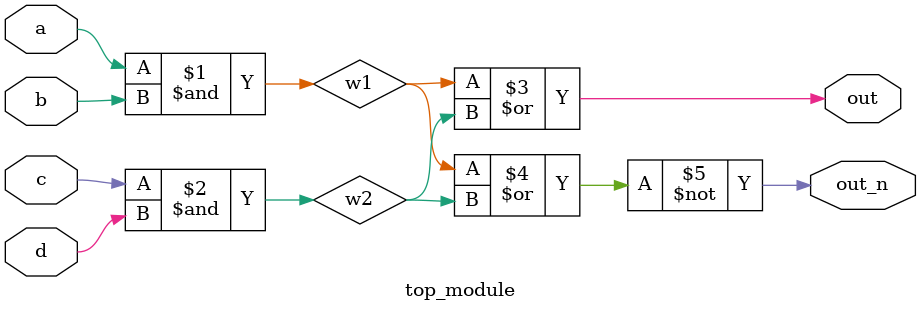
<source format=v>
`default_nettype none
module top_module(
    input a,
    input b,
    input c,
    input d,
    output out,
    output out_n   ); 
	wire w1;
    wire w2;
    assign w1 = a & b;
    assign w2 = c & d;
    assign out = w1 | w2;
    assign out_n = ~(w1|w2);
endmodule


</source>
